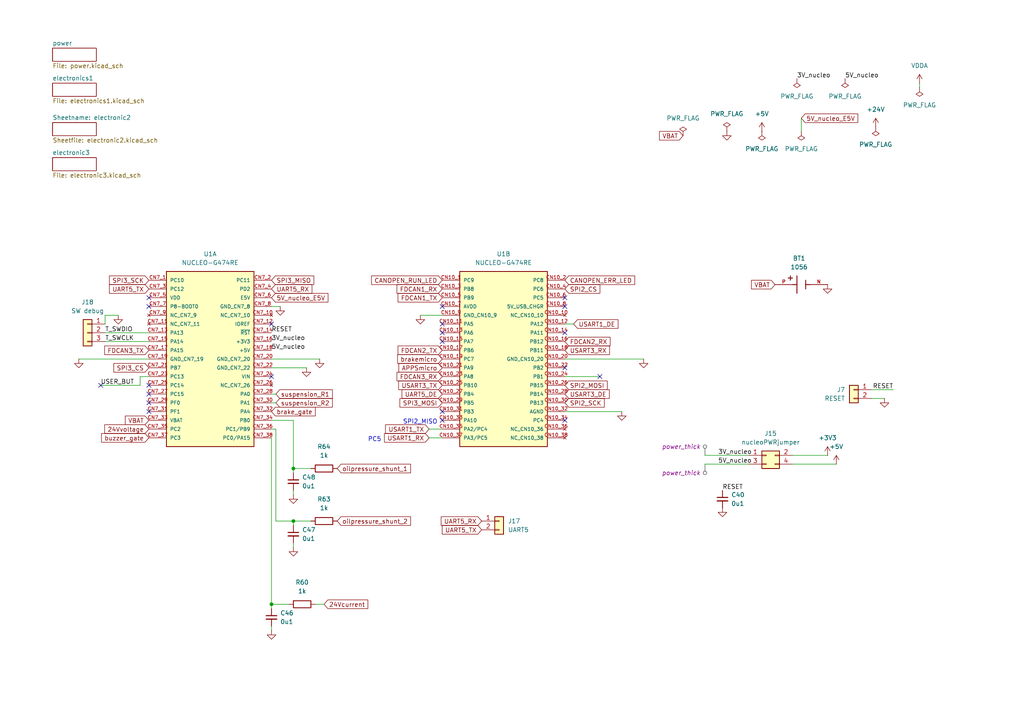
<source format=kicad_sch>
(kicad_sch (version 20231120) (generator "eeschema") (generator_version "8.0")
  (paper "A4")
  (title_block (title "rear box nucleo board 1") (date "2024-08-05") (rev "3.0") (company "NTURacing") (comment 1 "郭哲明") (comment 2 "Electrical group"))
  (lib_symbols
    (symbol "Connector_Generic:Conn_01x02" (pin_names (offset 1.016) hide)
      (property "Reference" "J" (at 0 2.54 0))
      (property "Value" "Conn_01x02" (at 0 -5.08 0))
      (symbol "Conn_01x02_1_1"
        (rectangle (start -1.27 -2.413) (end 0 -2.667) (stroke (width 0.1524)))
        (rectangle (start -1.27 0.127) (end 0 -0.127) (stroke (width 0.1524)))
        (rectangle (start -1.27 1.27) (end 1.27 -3.81) (stroke (width 0.254)) (fill (type background)))
        (pin passive line (at -5.08 0 0) (length 3.81) (name "Pin_1") (number "1"))
        (pin passive line (at -5.08 -2.54 0) (length 3.81) (name "Pin_2") (number "2"))
      )
    )
    (symbol "Connector_Generic:Conn_01x03" (pin_names (offset 1.016) hide)
      (property "Reference" "J" (at 0 5.08 0))
      (property "Value" "Conn_01x03" (at 0 -5.08 0))
      (symbol "Conn_01x03_1_1"
        (rectangle (start -1.27 -2.413) (end 0 -2.667) (stroke (width 0.1524)))
        (rectangle (start -1.27 0.127) (end 0 -0.127) (stroke (width 0.1524)))
        (rectangle (start -1.27 2.667) (end 0 2.413) (stroke (width 0.1524)))
        (rectangle (start -1.27 3.81) (end 1.27 -3.81) (stroke (width 0.254)) (fill (type background)))
        (pin passive line (at -5.08 2.54 0) (length 3.81) (name "Pin_1") (number "1"))
        (pin passive line (at -5.08 0 0) (length 3.81) (name "Pin_2") (number "2"))
        (pin passive line (at -5.08 -2.54 0) (length 3.81) (name "Pin_3") (number "3"))
      )
    )
    (symbol "Connector_Generic:Conn_02x02_Odd_Even" (pin_names (offset 1.016) hide)
      (property "Reference" "J" (at 1.27 2.54 0))
      (property "Value" "Conn_02x02_Odd_Even" (at 1.27 -5.08 0))
      (symbol "Conn_02x02_Odd_Even_1_1"
        (rectangle (start -1.27 -2.413) (end 0 -2.667) (stroke (width 0.1524)))
        (rectangle (start -1.27 0.127) (end 0 -0.127) (stroke (width 0.1524)))
        (rectangle (start -1.27 1.27) (end 3.81 -3.81) (stroke (width 0.254)) (fill (type background)))
        (rectangle (start 3.81 -2.413) (end 2.54 -2.667) (stroke (width 0.1524)))
        (rectangle (start 3.81 0.127) (end 2.54 -0.127) (stroke (width 0.1524)))
        (pin passive line (at -5.08 0 0) (length 3.81) (name "Pin_1") (number "1"))
        (pin passive line (at 7.62 0 180) (length 3.81) (name "Pin_2") (number "2"))
        (pin passive line (at -5.08 -2.54 0) (length 3.81) (name "Pin_3") (number "3"))
        (pin passive line (at 7.62 -2.54 180) (length 3.81) (name "Pin_4") (number "4"))
      )
    )
    (symbol "Device:C_Small" (pin_numbers hide) (pin_names (offset 0.254) hide)
      (property "Reference" "C" (at 0.254 1.778 0))
      (property "Value" "C_Small" (at 0.254 -2.032 0))
      (symbol "C_Small_0_1"
        (polyline (pts (xy -1.524 -0.508) (xy 1.524 -0.508)) (stroke (width 0.3302)))
        (polyline (pts (xy -1.524 0.508) (xy 1.524 0.508)) (stroke (width 0.3048)))
      )
      (symbol "C_Small_1_1"
        (pin passive line (at 0 2.54 270) (length 2.032) (name "~") (number "1"))
        (pin passive line (at 0 -2.54 90) (length 2.032) (name "~") (number "2"))
      )
    )
    (symbol "Device:R" (pin_numbers hide) (pin_names (offset 0))
      (property "Reference" "R" (at 2.032 0 90))
      (property "Value" "R" (at 0 0 90))
      (symbol "R_0_1"
        (rectangle (start -1.016 -2.54) (end 1.016 2.54) (stroke (width 0.254)))
      )
      (symbol "R_1_1"
        (pin passive line (at 0 3.81 270) (length 1.27) (name "~") (number "1"))
        (pin passive line (at 0 -3.81 90) (length 1.27) (name "~") (number "2"))
      )
    )
    (symbol "nturt_kicad_lib:1056" (pin_names (offset 1.016))
      (property "Reference" "BT" (at -3.81 3.81 0))
      (property "Value" "1056" (at -3.81 -5.08 0))
      (symbol "1056_0_0"
        (polyline (pts (xy -3.81 1.905) (xy -2.54 1.905)) (stroke (width 0.254)))
        (polyline (pts (xy -3.175 2.54) (xy -3.175 1.27)) (stroke (width 0.254)))
        (polyline (pts (xy -1.27 0) (xy -2.54 0)) (stroke (width 0.254)))
        (polyline (pts (xy -1.27 0) (xy -1.27 -2.54)) (stroke (width 0.254)))
        (polyline (pts (xy -1.27 2.54) (xy -1.27 0)) (stroke (width 0.254)))
        (polyline (pts (xy 1.27 0) (xy 1.27 -1.27)) (stroke (width 0.254)))
        (polyline (pts (xy 1.27 0) (xy 2.54 0)) (stroke (width 0.254)))
        (polyline (pts (xy 1.27 1.27) (xy 1.27 0)) (stroke (width 0.254)))
        (pin passive line (at 7.62 0 180) (length 5.08) (name "~") (number "N"))
        (pin passive line (at -7.62 0 0) (length 5.08) (name "~") (number "P"))
      )
    )
    (symbol "nturt_kicad_lib:NUCLEO-G474RE" (pin_names (offset 1.016))
      (property "Reference" "U" (at -10.16 25.527 0))
      (property "Value" "NUCLEO-G474RE" (at -12.065 -27.94 0))
      (symbol "NUCLEO-G474RE_1_0"
        (unit_name "CN7")
        (rectangle (start -12.7 25.4) (end 12.7 -25.4) (stroke (width 0.254)) (fill (type background)))
        (pin bidirectional line (at -17.78 22.86 0) (length 5.08) (name "PC10") (number "CN7_1"))
        (pin no_connect line (at 17.78 12.7 180) (length 5.08) (name "NC_CN7_10") (number "CN7_10"))
        (pin no_connect line (at -17.78 10.16 0) (length 5.08) (name "NC_CN7_11") (number "CN7_11"))
        (pin input line (at 17.78 10.16 180) (length 5.08) (name "IOREF") (number "CN7_12"))
        (pin bidirectional line (at -17.78 7.62 0) (length 5.08) (name "PA13") (number "CN7_13"))
        (pin bidirectional line (at 17.78 7.62 180) (length 5.08) (name "~{RST}") (number "CN7_14"))
        (pin bidirectional line (at -17.78 5.08 0) (length 5.08) (name "PA14") (number "CN7_15"))
        (pin power_in line (at 17.78 5.08 180) (length 5.08) (name "+3V3") (number "CN7_16"))
        (pin bidirectional line (at -17.78 2.54 0) (length 5.08) (name "PA15") (number "CN7_17"))
        (pin power_in line (at 17.78 2.54 180) (length 5.08) (name "+5V") (number "CN7_18"))
        (pin power_in line (at -17.78 0 0) (length 5.08) (name "GND_CN7_19") (number "CN7_19"))
        (pin bidirectional line (at 17.78 22.86 180) (length 5.08) (name "PC11") (number "CN7_2"))
        (pin power_in line (at 17.78 0 180) (length 5.08) (name "GND_CN7_20") (number "CN7_20"))
        (pin bidirectional line (at -17.78 -2.54 0) (length 5.08) (name "PB7") (number "CN7_21"))
        (pin power_in line (at 17.78 -2.54 180) (length 5.08) (name "GND_CN7_22") (number "CN7_22"))
        (pin bidirectional line (at -17.78 -5.08 0) (length 5.08) (name "PC13") (number "CN7_23"))
        (pin power_in line (at 17.78 -5.08 180) (length 5.08) (name "VIN") (number "CN7_24"))
        (pin bidirectional line (at -17.78 -7.62 0) (length 5.08) (name "PC14") (number "CN7_25"))
        (pin no_connect line (at 17.78 -7.62 180) (length 5.08) (name "NC_CN7_26") (number "CN7_26"))
        (pin bidirectional line (at -17.78 -10.16 0) (length 5.08) (name "PC15") (number "CN7_27"))
        (pin bidirectional line (at 17.78 -10.16 180) (length 5.08) (name "PA0") (number "CN7_28"))
        (pin bidirectional line (at -17.78 -12.7 0) (length 5.08) (name "PF0") (number "CN7_29"))
        (pin bidirectional line (at -17.78 20.32 0) (length 5.08) (name "PC12") (number "CN7_3"))
        (pin bidirectional line (at 17.78 -12.7 180) (length 5.08) (name "PA1") (number "CN7_30"))
        (pin bidirectional line (at -17.78 -15.24 0) (length 5.08) (name "PF1") (number "CN7_31"))
        (pin bidirectional line (at 17.78 -15.24 180) (length 5.08) (name "PA4") (number "CN7_32"))
        (pin power_in line (at -17.78 -17.78 0) (length 5.08) (name "VBAT") (number "CN7_33"))
        (pin bidirectional line (at 17.78 -17.78 180) (length 5.08) (name "PB0") (number "CN7_34"))
        (pin bidirectional line (at -17.78 -20.32 0) (length 5.08) (name "PC2") (number "CN7_35"))
        (pin bidirectional line (at 17.78 -20.32 180) (length 5.08) (name "PC1/PB9") (number "CN7_36"))
        (pin bidirectional line (at -17.78 -22.86 0) (length 5.08) (name "PC3") (number "CN7_37"))
        (pin bidirectional line (at 17.78 -22.86 180) (length 5.08) (name "PC0/PA15") (number "CN7_38"))
        (pin bidirectional line (at 17.78 20.32 180) (length 5.08) (name "PD2") (number "CN7_4"))
        (pin power_in line (at -17.78 17.78 0) (length 5.08) (name "VDD") (number "CN7_5"))
        (pin power_in line (at 17.78 17.78 180) (length 5.08) (name "E5V") (number "CN7_6"))
        (pin bidirectional line (at -17.78 15.24 0) (length 5.08) (name "P8-BOOT0") (number "CN7_7"))
        (pin power_in line (at 17.78 15.24 180) (length 5.08) (name "GND_CN7_8") (number "CN7_8"))
        (pin no_connect line (at -17.78 12.7 0) (length 5.08) (name "NC_CN7_9") (number "CN7_9"))
      )
      (symbol "NUCLEO-G474RE_2_0"
        (unit_name "CN10")
        (rectangle (start -12.7 25.4) (end 12.7 -25.4) (stroke (width 0.254)) (fill (type background)))
        (pin bidirectional line (at -17.78 22.86 0) (length 5.08) (name "PC9") (number "CN10_1"))
        (pin no_connect line (at 17.78 12.7 180) (length 5.08) (name "NC_CN10_10") (number "CN10_10"))
        (pin bidirectional line (at -17.78 10.16 0) (length 5.08) (name "PA5") (number "CN10_11"))
        (pin bidirectional line (at 17.78 10.16 180) (length 5.08) (name "PA12") (number "CN10_12"))
        (pin bidirectional line (at -17.78 7.62 0) (length 5.08) (name "PA6") (number "CN10_13"))
        (pin bidirectional line (at 17.78 7.62 180) (length 5.08) (name "PA11") (number "CN10_14"))
        (pin bidirectional line (at -17.78 5.08 0) (length 5.08) (name "PA7") (number "CN10_15"))
        (pin bidirectional line (at 17.78 5.08 180) (length 5.08) (name "PB12") (number "CN10_16"))
        (pin bidirectional line (at -17.78 2.54 0) (length 5.08) (name "PB6") (number "CN10_17"))
        (pin bidirectional line (at 17.78 2.54 180) (length 5.08) (name "PB11") (number "CN10_18"))
        (pin bidirectional line (at -17.78 0 0) (length 5.08) (name "PC7") (number "CN10_19"))
        (pin bidirectional line (at 17.78 22.86 180) (length 5.08) (name "PC8") (number "CN10_2"))
        (pin power_in line (at 17.78 0 180) (length 5.08) (name "GND_CN10_20") (number "CN10_20"))
        (pin bidirectional line (at -17.78 -2.54 0) (length 5.08) (name "PA9") (number "CN10_21"))
        (pin bidirectional line (at 17.78 -2.54 180) (length 5.08) (name "PB2") (number "CN10_22"))
        (pin bidirectional line (at -17.78 -5.08 0) (length 5.08) (name "PA8") (number "CN10_23"))
        (pin bidirectional line (at 17.78 -5.08 180) (length 5.08) (name "PB1") (number "CN10_24"))
        (pin bidirectional line (at -17.78 -7.62 0) (length 5.08) (name "PB10") (number "CN10_25"))
        (pin bidirectional line (at 17.78 -7.62 180) (length 5.08) (name "PB15") (number "CN10_26"))
        (pin bidirectional line (at -17.78 -10.16 0) (length 5.08) (name "PB4") (number "CN10_27"))
        (pin bidirectional line (at 17.78 -10.16 180) (length 5.08) (name "PB14") (number "CN10_28"))
        (pin bidirectional line (at -17.78 -12.7 0) (length 5.08) (name "PB5") (number "CN10_29"))
        (pin bidirectional line (at -17.78 20.32 0) (length 5.08) (name "PB8") (number "CN10_3"))
        (pin bidirectional line (at 17.78 -12.7 180) (length 5.08) (name "PB13") (number "CN10_30"))
        (pin bidirectional line (at -17.78 -15.24 0) (length 5.08) (name "PB3") (number "CN10_31"))
        (pin power_in line (at 17.78 -15.24 180) (length 5.08) (name "AGND") (number "CN10_32"))
        (pin bidirectional line (at -17.78 -17.78 0) (length 5.08) (name "PA10") (number "CN10_33"))
        (pin bidirectional line (at 17.78 -17.78 180) (length 5.08) (name "PC4") (number "CN10_34"))
        (pin bidirectional line (at -17.78 -20.32 0) (length 5.08) (name "PA2/PC4") (number "CN10_35"))
        (pin no_connect line (at 17.78 -20.32 180) (length 5.08) (name "NC_CN10_36") (number "CN10_36"))
        (pin bidirectional line (at -17.78 -22.86 0) (length 5.08) (name "PA3/PC5") (number "CN10_37"))
        (pin no_connect line (at 17.78 -22.86 180) (length 5.08) (name "NC_CN10_38") (number "CN10_38"))
        (pin bidirectional line (at 17.78 20.32 180) (length 5.08) (name "PC6") (number "CN10_4"))
        (pin bidirectional line (at -17.78 17.78 0) (length 5.08) (name "PB9") (number "CN10_5"))
        (pin bidirectional line (at 17.78 17.78 180) (length 5.08) (name "PC5") (number "CN10_6"))
        (pin power_in line (at -17.78 15.24 0) (length 5.08) (name "AVDD") (number "CN10_7"))
        (pin power_in line (at 17.78 15.24 180) (length 5.08) (name "5V_USB_CHGR") (number "CN10_8"))
        (pin power_in line (at -17.78 12.7 0) (length 5.08) (name "GND_CN10_9") (number "CN10_9"))
      )
    )
    (symbol "power:+24V" (power) (pin_numbers hide) (pin_names (offset 0) hide)
      (property "Value" "+24V" (at 0 3.556 0))
      (symbol "+24V_0_1"
        (polyline (pts (xy -0.762 1.27) (xy 0 2.54)))
        (polyline (pts (xy 0 0) (xy 0 2.54)))
        (polyline (pts (xy 0 2.54) (xy 0.762 1.27)))
      )
      (symbol "+24V_1_1"
        (pin power_in line (at 0 0 90) (length 0) (name "~") (number "1"))
      )
    )
    (symbol "power:+3V3" (power) (pin_numbers hide) (pin_names (offset 0) hide)
      (property "Value" "+3V3" (at 0 3.556 0))
      (symbol "+3V3_0_1"
        (polyline (pts (xy -0.762 1.27) (xy 0 2.54)))
        (polyline (pts (xy 0 0) (xy 0 2.54)))
        (polyline (pts (xy 0 2.54) (xy 0.762 1.27)))
      )
      (symbol "+3V3_1_1"
        (pin power_in line (at 0 0 90) (length 0) (name "~") (number "1"))
      )
    )
    (symbol "power:+5V" (power) (pin_numbers hide) (pin_names (offset 0) hide)
      (property "Value" "+5V" (at 0 3.556 0))
      (symbol "+5V_0_1"
        (polyline (pts (xy -0.762 1.27) (xy 0 2.54)))
        (polyline (pts (xy 0 0) (xy 0 2.54)))
        (polyline (pts (xy 0 2.54) (xy 0.762 1.27)))
      )
      (symbol "+5V_1_1"
        (pin power_in line (at 0 0 90) (length 0) (name "~") (number "1"))
      )
    )
    (symbol "power:GND" (power) (pin_numbers hide) (pin_names (offset 0) hide)
      (property "Value" "GND" (at 0 -3.81 0))
      (symbol "GND_0_1"
        (polyline (pts (xy 0 0) (xy 0 -1.27) (xy 1.27 -1.27) (xy 0 -2.54) (xy -1.27 -1.27) (xy 0 -1.27)))
      )
      (symbol "GND_1_1"
        (pin power_in line (at 0 0 270) (length 0) (name "~") (number "1"))
      )
    )
    (symbol "power:PWR_FLAG" (power) (pin_numbers hide) (pin_names (offset 0) hide)
      (property "Value" "PWR_FLAG" (at 0 3.81 0))
      (symbol "PWR_FLAG_0_0"
        (pin power_out line (at 0 0 90) (length 0) (name "~") (number "1"))
      )
      (symbol "PWR_FLAG_0_1"
        (polyline (pts (xy 0 0) (xy 0 1.27) (xy -1.016 1.905) (xy 0 2.54) (xy 1.016 1.905) (xy 0 1.27)))
      )
    )
    (symbol "power:VDDA" (power) (pin_numbers hide) (pin_names (offset 0) hide)
      (property "Value" "VDDA" (at 0 3.556 0))
      (symbol "VDDA_0_1"
        (polyline (pts (xy -0.762 1.27) (xy 0 2.54)))
        (polyline (pts (xy 0 0) (xy 0 2.54)))
        (polyline (pts (xy 0 2.54) (xy 0.762 1.27)))
      )
      (symbol "VDDA_1_1"
        (pin power_in line (at 0 0 90) (length 0) (name "~") (number "1"))
      )
    )
  )
  (junction (at 78.74 175.26))
  (junction (at 85.09 151.13))
  (junction (at 85.09 135.89))
  (no_connect (at 43.18 111.76))
  (no_connect (at 163.83 96.52))
  (no_connect (at 43.18 88.9))
  (no_connect (at 128.27 121.92))
  (no_connect (at 43.18 119.38))
  (no_connect (at 128.27 88.9))
  (no_connect (at 78.74 109.22))
  (no_connect (at 163.83 106.68))
  (no_connect (at 163.83 121.92))
  (no_connect (at 43.18 86.36))
  (no_connect (at 163.83 86.36))
  (no_connect (at 173.99 109.22))
  (no_connect (at 128.27 96.52))
  (no_connect (at 29.21 111.76))
  (no_connect (at 163.83 88.9))
  (no_connect (at 78.74 93.98))
  (no_connect (at 128.27 99.06))
  (no_connect (at 43.18 114.3))
  (no_connect (at 128.27 93.98))
  (no_connect (at 43.18 116.84))
  (no_connect (at 128.27 119.38))
  (wire (pts (xy 173.99 109.22) (xy 163.83 109.22)))
  (wire (pts (xy 242.57 134.62) (xy 229.87 134.62)))
  (wire (pts (xy 204.47 134.62) (xy 217.17 134.62)))
  (wire (pts (xy 204.47 132.08) (xy 217.17 132.08)))
  (wire (pts (xy 40.64 111.76) (xy 40.64 109.22)))
  (wire (pts (xy 80.01 116.84) (xy 78.74 116.84)))
  (wire (pts (xy 85.09 142.24) (xy 85.09 143.51)))
  (wire (pts (xy 30.48 99.06) (xy 43.18 99.06)))
  (wire (pts (xy 166.37 93.98) (xy 163.83 93.98)))
  (wire (pts (xy 252.73 113.03) (xy 259.08 113.03)))
  (wire (pts (xy 34.29 91.44) (xy 30.48 91.44)))
  (wire (pts (xy 78.74 176.53) (xy 78.74 175.26)))
  (wire (pts (xy 40.64 109.22) (xy 43.18 109.22)))
  (wire (pts (xy 78.74 181.61) (xy 78.74 182.88)))
  (wire (pts (xy 22.86 104.14) (xy 43.18 104.14)))
  (wire (pts (xy 80.01 151.13) (xy 80.01 124.46)))
  (wire (pts (xy 124.46 127) (xy 128.27 127)))
  (wire (pts (xy 240.03 132.08) (xy 229.87 132.08)))
  (wire (pts (xy 180.34 119.38) (xy 163.83 119.38)))
  (wire (pts (xy 266.7 25.4) (xy 266.7 24.13)))
  (wire (pts (xy 85.09 152.4) (xy 85.09 151.13)))
  (wire (pts (xy 30.48 91.44) (xy 30.48 93.98)))
  (wire (pts (xy 83.82 175.26) (xy 78.74 175.26)))
  (wire (pts (xy 93.98 175.26) (xy 91.44 175.26)))
  (wire (pts (xy 121.92 91.44) (xy 128.27 91.44)))
  (wire (pts (xy 232.41 38.1) (xy 232.41 34.29)))
  (wire (pts (xy 124.46 124.46) (xy 128.27 124.46)))
  (wire (pts (xy 85.09 151.13) (xy 90.17 151.13)))
  (wire (pts (xy 92.71 104.14) (xy 78.74 104.14)))
  (wire (pts (xy 80.01 114.3) (xy 78.74 114.3)))
  (wire (pts (xy 85.09 135.89) (xy 90.17 135.89)))
  (wire (pts (xy 81.28 88.9) (xy 78.74 88.9)))
  (wire (pts (xy 88.9 106.68) (xy 78.74 106.68)))
  (wire (pts (xy 80.01 124.46) (xy 78.74 124.46)))
  (wire (pts (xy 85.09 151.13) (xy 80.01 151.13)))
  (wire (pts (xy 85.09 121.92) (xy 85.09 135.89)))
  (wire (pts (xy 78.74 175.26) (xy 78.74 127)))
  (wire (pts (xy 78.74 121.92) (xy 85.09 121.92)))
  (wire (pts (xy 85.09 157.48) (xy 85.09 158.75)))
  (wire (pts (xy 30.48 96.52) (xy 43.18 96.52)))
  (wire (pts (xy 85.09 137.16) (xy 85.09 135.89)))
  (wire (pts (xy 252.73 115.57) (xy 256.54 115.57)))
  (wire (pts (xy 186.69 104.14) (xy 163.83 104.14)))
  (wire (pts (xy 29.21 111.76) (xy 40.64 111.76)))
  (text "PC5" (at 106.68 128.27 0) (effects (font (size 1.27 1.27)) (justify left bottom)))
  (text "SPI2_MISO" (at 116.84 123.19 0) (effects (font (size 1.27 1.27)) (justify left bottom)))
  (label "3V_nucleo" (at 208.28 132.08 0))
  (label "RESET" (at 209.55 142.24 0))
  (label "RESET" (at 78.74 96.52 0))
  (label "T_SWDIO" (at 30.48 96.52 0))
  (label "3V_nucleo" (at 78.74 99.06 0))
  (label "5V_nucleo" (at 208.28 134.62 0))
  (label "5V_nucleo" (at 78.74 101.6 0))
  (label "3V_nucleo" (at 231.14 22.86 0))
  (label "5V_nucleo" (at 245.11 22.86 0))
  (label "RESET" (at 259.08 113.03 180))
  (label "T_SWCLK" (at 30.48 99.06 0))
  (label "USER_BUT" (at 29.21 111.76 0))
  (global_label "SPI3_MISO" (shape input) (at 78.74 81.28 0) (property "Intersheetrefs" "${INTERSHEET_REFS}" (effects (hide yes))))
  (global_label "suspension_R2" (shape input) (at 80.01 116.84 0) (property "Intersheetrefs" "${INTERSHEET_REFS}" (effects (hide yes))))
  (global_label "FDCAN2_TX" (shape input) (at 128.27 101.6 180) (property "Intersheetrefs" "${INTERSHEET_REFS}" (effects (hide yes))))
  (global_label "APPSmicro" (shape input) (at 128.27 106.68 180) (property "Intersheetrefs" "${INTERSHEET_REFS}" (effects (hide yes))))
  (global_label "USART1_TX" (shape input) (at 124.46 124.46 180) (property "Intersheetrefs" "${INTERSHEET_REFS}" (effects (hide yes))))
  (global_label "CANOPEN_ERR_LED" (shape input) (at 163.83 81.28 0) (property "Intersheetrefs" "${INTERSHEET_REFS}" (effects (hide yes))))
  (global_label "FDCAN2_RX" (shape input) (at 163.83 99.06 0) (property "Intersheetrefs" "${INTERSHEET_REFS}" (effects (hide yes))))
  (global_label "buzzer_gate" (shape input) (at 43.18 127 180) (property "Intersheetrefs" "${INTERSHEET_REFS}" (effects (hide yes))))
  (global_label "UART5_TX" (shape input) (at 139.7 153.67 180) (property "Intersheetrefs" "${INTERSHEET_REFS}" (effects (hide yes))))
  (global_label "UART5_RX" (shape input) (at 78.74 83.82 0) (property "Intersheetrefs" "${INTERSHEET_REFS}" (effects (hide yes))))
  (global_label "SPI3_CS" (shape input) (at 43.18 106.68 180) (property "Intersheetrefs" "${INTERSHEET_REFS}" (effects (hide yes))))
  (global_label "oilpressure_shunt_1" (shape input) (at 97.79 135.89 0) (property "Intersheetrefs" "${INTERSHEET_REFS}" (effects (hide yes))))
  (global_label "5V_nucleo_E5V" (shape input) (at 232.41 34.29 0) (property "Intersheetrefs" "${INTERSHEET_REFS}" (effects (hide yes))))
  (global_label "UART5_TX" (shape input) (at 43.18 83.82 180) (property "Intersheetrefs" "${INTERSHEET_REFS}" (effects (hide yes))))
  (global_label "USART1_RX" (shape input) (at 124.46 127 180) (property "Intersheetrefs" "${INTERSHEET_REFS}" (effects (hide yes))))
  (global_label "UART5_DE" (shape input) (at 128.27 114.3 180) (property "Intersheetrefs" "${INTERSHEET_REFS}" (effects (hide yes))))
  (global_label "oilpressure_shunt_2" (shape input) (at 97.79 151.13 0) (property "Intersheetrefs" "${INTERSHEET_REFS}" (effects (hide yes))))
  (global_label "UART5_RX" (shape input) (at 139.7 151.13 180) (property "Intersheetrefs" "${INTERSHEET_REFS}" (effects (hide yes))))
  (global_label "SPI3_SCK" (shape input) (at 43.18 81.28 180) (property "Intersheetrefs" "${INTERSHEET_REFS}" (effects (hide yes))))
  (global_label "5V_nucleo_E5V" (shape input) (at 78.74 86.36 0) (property "Intersheetrefs" "${INTERSHEET_REFS}" (effects (hide yes))))
  (global_label "24Vcurrent" (shape input) (at 93.98 175.26 0) (property "Intersheetrefs" "${INTERSHEET_REFS}" (effects (hide yes))))
  (global_label "CANOPEN_RUN_LED" (shape input) (at 128.27 81.28 180) (property "Intersheetrefs" "${INTERSHEET_REFS}" (effects (hide yes))))
  (global_label "SPI3_MOSI" (shape input) (at 128.27 116.84 180) (property "Intersheetrefs" "${INTERSHEET_REFS}" (effects (hide yes))))
  (global_label "USART1_DE" (shape input) (at 166.37 93.98 0) (property "Intersheetrefs" "${INTERSHEET_REFS}" (effects (hide yes))))
  (global_label "USART3_DE" (shape input) (at 163.83 114.3 0) (property "Intersheetrefs" "${INTERSHEET_REFS}" (effects (hide yes))))
  (global_label "brakemicro" (shape input) (at 128.27 104.14 180) (property "Intersheetrefs" "${INTERSHEET_REFS}" (effects (hide yes))))
  (global_label "FDCAN3_TX" (shape input) (at 43.18 101.6 180) (property "Intersheetrefs" "${INTERSHEET_REFS}" (effects (hide yes))))
  (global_label "USART3_TX" (shape input) (at 128.27 111.76 180) (property "Intersheetrefs" "${INTERSHEET_REFS}" (effects (hide yes))))
  (global_label "SPI2_SCK" (shape input) (at 163.83 116.84 0) (property "Intersheetrefs" "${INTERSHEET_REFS}" (effects (hide yes))))
  (global_label "brake_gate" (shape input) (at 78.74 119.38 0) (property "Intersheetrefs" "${INTERSHEET_REFS}" (effects (hide yes))))
  (global_label "24Vvoltage" (shape input) (at 43.18 124.46 180) (property "Intersheetrefs" "${INTERSHEET_REFS}" (effects (hide yes))))
  (global_label "suspension_R1" (shape input) (at 80.01 114.3 0) (property "Intersheetrefs" "${INTERSHEET_REFS}" (effects (hide yes))))
  (global_label "FDCAN1_RX" (shape input) (at 128.27 83.82 180) (property "Intersheetrefs" "${INTERSHEET_REFS}" (effects (hide yes))))
  (global_label "VBAT" (shape input) (at 198.12 39.37 180) (property "Intersheetrefs" "${INTERSHEET_REFS}" (effects (hide yes))))
  (global_label "FDCAN1_TX" (shape input) (at 128.27 86.36 180) (property "Intersheetrefs" "${INTERSHEET_REFS}" (effects (hide yes))))
  (global_label "USART3_RX" (shape input) (at 163.83 101.6 0) (property "Intersheetrefs" "${INTERSHEET_REFS}" (effects (hide yes))))
  (global_label "VBAT" (shape input) (at 224.79 82.55 180) (property "Intersheetrefs" "${INTERSHEET_REFS}" (effects (hide yes))))
  (global_label "SPI2_MOSI" (shape input) (at 163.83 111.76 0) (property "Intersheetrefs" "${INTERSHEET_REFS}" (effects (hide yes))))
  (global_label "FDCAN3_RX" (shape input) (at 128.27 109.22 180) (property "Intersheetrefs" "${INTERSHEET_REFS}" (effects (hide yes))))
  (global_label "VBAT" (shape input) (at 43.18 121.92 180) (property "Intersheetrefs" "${INTERSHEET_REFS}" (effects (hide yes))))
  (global_label "SPI2_CS" (shape input) (at 163.83 83.82 0) (property "Intersheetrefs" "${INTERSHEET_REFS}" (effects (hide yes))))
  (netclass_flag "" (length 2.54) (shape round) (at 204.47 132.08 0) (property "Netclass" "power_thick" (at 203.2 129.54 0) (effects (font (italic yes)) (justify right))))
  (netclass_flag "" (length 2.54) (shape round) (at 204.47 134.62 180) (property "Netclass" "power_thick" (at 203.2 137.16 0) (effects (font (italic yes)) (justify right))))
  (symbol (lib_id "power:+5V") (at 242.57 134.62 0) (unit 1)
    (property "Reference" "#PWR014" (effects (hide yes)))
    (property "Value" "+5V" (at 242.57 129.54 0))
    (property "Description" "Power symbol creates a global label with name \"+5V\"" (effects (hide yes)))
  )
  (symbol (lib_id "power:GND") (at 92.71 104.14 0) (unit 1)
    (property "Reference" "#PWR016" (effects (hide yes)))
    (property "Value" "GND" (effects (hide yes)))
    (property "Description" "Power symbol creates a global label with name \"GND\" , ground" (effects (hide yes)))
  )
  (symbol (lib_id "power:PWR_FLAG") (at 232.41 38.1 0) (mirror x) (unit 1)
    (property "Reference" "#FLG06" (effects (hide yes)))
    (property "Value" "PWR_FLAG" (at 232.41 43.18 0))
    (property "Description" "Special symbol for telling ERC where power comes from" (effects (hide yes)))
  )
  (symbol (lib_id "nturt_kicad_lib:NUCLEO-G474RE") (at 60.96 104.14 0) (unit 1)
    (property "Reference" "U1" (at 60.96 73.66 0))
    (property "Value" "NUCLEO-G474RE" (at 60.96 76.2 0))
    (property "Footprint" "nturt_kicad_lib:MODULE_NUCLEO-G474RE" (effects (hide yes)))
    (property "Description" "STM32G474 Nucleo-64 STM32G4 ARM® Cortex®-M4 MCU 32-Bit Embedded Evaluation Board" (effects (hide yes)))
    (property "MF" "STMicroelectronics" (effects (hide yes)))
    (property "MAXIMUM_PACKAGE_HEIGHT" "20.7mm" (effects (hide yes)))
    (property "Package" "None" (effects (hide yes)))
    (property "Price" "None" (effects (hide yes)))
    (property "Check_prices" "https://www.snapeda.com/parts/NUCLEO-G474RE/STMicroelectronics/view-part/?ref=eda" (effects (hide yes)))
    (property "STANDARD" "Manufacturer Recommendations" (effects (hide yes)))
    (property "PARTREV" "17" (effects (hide yes)))
    (property "SnapEDA_Link" "https://www.snapeda.com/parts/NUCLEO-G474RE/STMicroelectronics/view-part/?ref=snap" (effects (hide yes)))
    (property "MP" "NUCLEO-G474RE" (effects (hide yes)))
    (property "Purchase-URL" "https://www.snapeda.com/api/url_track_click_mouser/?unipart_id=3662258&manufacturer=STMicroelectronics&part_name=NUCLEO-G474RE&search_term=None" (effects (hide yes)))
    (property "Availability" "In Stock" (effects (hide yes)))
    (property "MANUFACTURER" "STmicroelectronics" (effects (hide yes)))
  )
  (symbol (lib_id "power:GND") (at 85.09 143.51 0) (unit 1)
    (property "Reference" "#PWR0176" (effects (hide yes)))
    (property "Value" "GND" (effects (hide yes)))
    (property "Description" "Power symbol creates a global label with name \"GND\" , ground" (effects (hide yes)))
  )
  (symbol (lib_id "power:PWR_FLAG") (at 210.82 38.1 0) (unit 1)
    (property "Reference" "#FLG04" (effects (hide yes)))
    (property "Value" "PWR_FLAG" (at 210.82 33.02 0))
    (property "Description" "Special symbol for telling ERC where power comes from" (effects (hide yes)))
  )
  (symbol (lib_id "power:+24V") (at 254 36.83 0) (unit 1)
    (property "Reference" "#PWR01" (effects (hide yes)))
    (property "Value" "+24V" (at 254 31.75 0))
    (property "Description" "Power symbol creates a global label with name \"+24V\"" (effects (hide yes)))
  )
  (symbol (lib_id "Device:C_Small") (at 78.74 179.07 0) (unit 1)
    (property "Reference" "C46" (at 81.28 177.8 0) (effects (justify left)))
    (property "Value" "0u1" (at 81.28 180.34 0) (effects (justify left)))
    (property "Footprint" "Capacitor_SMD:C_0603_1608Metric" (effects (hide yes)))
    (property "Description" "Unpolarized capacitor, small symbol" (effects (hide yes)))
  )
  (symbol (lib_id "nturt_kicad_lib:1056") (at 232.41 82.55 0) (unit 1)
    (property "Reference" "BT1" (at 231.775 74.93 0))
    (property "Value" "1056" (at 231.775 77.47 0))
    (property "Footprint" "nturt_kicad_lib:BAT_1056" (effects (hide yes)))
    (property "PARTREV" "D" (effects (hide yes)))
    (property "STANDARD" "Manufacturer Recommendations" (effects (hide yes)))
    (property "SNAPEDA_PN" "1056" (effects (hide yes)))
    (property "MAXIMUM_PACKAGE_HEIGHT" "3.99mm" (effects (hide yes)))
    (property "MANUFACTURER" "Keystone" (effects (hide yes)))
  )
  (symbol (lib_id "Device:C_Small") (at 85.09 139.7 0) (unit 1)
    (property "Reference" "C48" (at 87.63 138.43 0) (effects (justify left)))
    (property "Value" "0u1" (at 87.63 140.97 0) (effects (justify left)))
    (property "Footprint" "Capacitor_SMD:C_0603_1608Metric" (effects (hide yes)))
    (property "Description" "Unpolarized capacitor, small symbol" (effects (hide yes)))
  )
  (symbol (lib_id "power:PWR_FLAG") (at 231.14 22.86 0) (mirror x) (unit 1)
    (property "Reference" "#FLG01" (effects (hide yes)))
    (property "Value" "PWR_FLAG" (at 231.14 27.94 0))
    (property "Description" "Special symbol for telling ERC where power comes from" (effects (hide yes)))
  )
  (symbol (lib_id "power:GND") (at 78.74 182.88 0) (unit 1)
    (property "Reference" "#PWR0172" (effects (hide yes)))
    (property "Value" "GND" (effects (hide yes)))
    (property "Description" "Power symbol creates a global label with name \"GND\" , ground" (effects (hide yes)))
  )
  (symbol (lib_id "power:PWR_FLAG") (at 198.12 39.37 0) (unit 1)
    (property "Reference" "#FLG07" (effects (hide yes)))
    (property "Value" "PWR_FLAG" (at 198.12 34.29 0))
    (property "Description" "Special symbol for telling ERC where power comes from" (effects (hide yes)))
  )
  (symbol (lib_id "Device:R") (at 87.63 175.26 90) (unit 1)
    (property "Reference" "R60" (at 87.63 168.91 90))
    (property "Value" "1k" (at 87.63 171.45 90))
    (property "Footprint" "Resistor_SMD:R_0603_1608Metric" (effects (hide yes)))
    (property "Description" "Resistor" (effects (hide yes)))
  )
  (symbol (lib_id "Device:C_Small") (at 85.09 154.94 0) (unit 1)
    (property "Reference" "C47" (at 87.63 153.67 0) (effects (justify left)))
    (property "Value" "0u1" (at 87.63 156.21 0) (effects (justify left)))
    (property "Footprint" "Capacitor_SMD:C_0603_1608Metric" (effects (hide yes)))
    (property "Description" "Unpolarized capacitor, small symbol" (effects (hide yes)))
  )
  (symbol (lib_id "power:GND") (at 210.82 38.1 0) (unit 1)
    (property "Reference" "#PWR02" (effects (hide yes)))
    (property "Value" "GND" (effects (hide yes)))
    (property "Description" "Power symbol creates a global label with name \"GND\" , ground" (effects (hide yes)))
  )
  (symbol (lib_id "power:GND") (at 81.28 88.9 0) (unit 1)
    (property "Reference" "#PWR012" (effects (hide yes)))
    (property "Value" "GND" (effects (hide yes)))
    (property "Description" "Power symbol creates a global label with name \"GND\" , ground" (effects (hide yes)))
  )
  (symbol (lib_id "power:VDDA") (at 266.7 24.13 0) (unit 1)
    (property "Reference" "#PWR0174" (effects (hide yes)))
    (property "Value" "VDDA" (at 266.7 19.05 0))
    (property "Description" "Power symbol creates a global label with name \"VDDA\"" (effects (hide yes)))
  )
  (symbol (lib_id "Device:C_Small") (at 209.55 144.78 0) (unit 1)
    (property "Reference" "C40" (at 212.09 143.5163 0) (effects (justify left)))
    (property "Value" "0u1" (at 212.09 146.0563 0) (effects (justify left)))
    (property "Footprint" "Capacitor_SMD:C_0603_1608Metric" (effects (hide yes)))
    (property "Description" "Unpolarized capacitor, small symbol" (effects (hide yes)))
  )
  (symbol (lib_id "Device:R") (at 93.98 151.13 90) (unit 1)
    (property "Reference" "R63" (at 93.98 144.78 90))
    (property "Value" "1k" (at 93.98 147.32 90))
    (property "Footprint" "Resistor_SMD:R_0603_1608Metric" (effects (hide yes)))
    (property "Description" "Resistor" (effects (hide yes)))
  )
  (symbol (lib_id "power:+5V") (at 220.98 38.1 0) (unit 1)
    (property "Reference" "#PWR03" (effects (hide yes)))
    (property "Value" "+5V" (at 220.98 33.02 0))
    (property "Description" "Power symbol creates a global label with name \"+5V\"" (effects (hide yes)))
  )
  (symbol (lib_id "power:PWR_FLAG") (at 254 36.83 0) (mirror x) (unit 1)
    (property "Reference" "#FLG03" (effects (hide yes)))
    (property "Value" "PWR_FLAG" (at 254 41.91 0))
    (property "Description" "Special symbol for telling ERC where power comes from" (effects (hide yes)))
  )
  (symbol (lib_id "power:GND") (at 240.03 82.55 0) (unit 1)
    (property "Reference" "#PWR011" (effects (hide yes)))
    (property "Value" "GND" (effects (hide yes)))
    (property "Description" "Power symbol creates a global label with name \"GND\" , ground" (effects (hide yes)))
  )
  (symbol (lib_id "power:GND") (at 34.29 91.44 0) (unit 1)
    (property "Reference" "#PWR0173" (effects (hide yes)))
    (property "Value" "GND" (effects (hide yes)))
    (property "Description" "Power symbol creates a global label with name \"GND\" , ground" (effects (hide yes)))
  )
  (symbol (lib_id "power:GND") (at 22.86 104.14 0) (unit 1)
    (property "Reference" "#PWR015" (effects (hide yes)))
    (property "Value" "GND" (effects (hide yes)))
    (property "Description" "Power symbol creates a global label with name \"GND\" , ground" (effects (hide yes)))
  )
  (symbol (lib_id "Connector_Generic:Conn_02x02_Odd_Even") (at 222.25 132.08 0) (unit 1)
    (property "Reference" "J15" (at 223.52 125.73 0))
    (property "Value" "nucleoPWRjumper" (at 223.52 128.27 0))
    (property "Footprint" "Connector_PinHeader_2.54mm:PinHeader_2x02_P2.54mm_Vertical" (effects (hide yes)))
    (property "Description" "Generic connector, double row, 02x02, odd/even pin numbering scheme (row 1 odd numbers, row 2 even numbers), script generated (kicad-library-utils/schlib/autogen/connector/)" (effects (hide yes)))
  )
  (symbol (lib_id "power:GND") (at 180.34 119.38 0) (unit 1)
    (property "Reference" "#PWR020" (effects (hide yes)))
    (property "Value" "GND" (effects (hide yes)))
    (property "Description" "Power symbol creates a global label with name \"GND\" , ground" (effects (hide yes)))
  )
  (symbol (lib_id "power:PWR_FLAG") (at 245.11 22.86 0) (mirror x) (unit 1)
    (property "Reference" "#FLG02" (effects (hide yes)))
    (property "Value" "PWR_FLAG" (at 245.11 27.94 0))
    (property "Description" "Special symbol for telling ERC where power comes from" (effects (hide yes)))
  )
  (symbol (lib_id "power:+3V3") (at 240.03 132.08 0) (unit 1)
    (property "Reference" "#PWR08" (effects (hide yes)))
    (property "Value" "+3V3" (at 240.03 127 0))
    (property "Description" "Power symbol creates a global label with name \"+3V3\"" (effects (hide yes)))
  )
  (symbol (lib_id "power:GND") (at 209.55 147.32 0) (unit 1)
    (property "Reference" "#PWR0159" (effects (hide yes)))
    (property "Value" "GND" (effects (hide yes)))
    (property "Description" "Power symbol creates a global label with name \"GND\" , ground" (effects (hide yes)))
  )
  (symbol (lib_id "nturt_kicad_lib:NUCLEO-G474RE") (at 146.05 104.14 0) (unit 2)
    (property "Reference" "U1" (at 146.05 73.66 0))
    (property "Value" "NUCLEO-G474RE" (at 146.05 76.2 0))
    (property "Footprint" "nturt_kicad_lib:MODULE_NUCLEO-G474RE" (effects (hide yes)))
    (property "Description" "STM32G474 Nucleo-64 STM32G4 ARM® Cortex®-M4 MCU 32-Bit Embedded Evaluation Board" (effects (hide yes)))
    (property "MF" "STMicroelectronics" (effects (hide yes)))
    (property "MAXIMUM_PACKAGE_HEIGHT" "20.7mm" (effects (hide yes)))
    (property "Package" "None" (effects (hide yes)))
    (property "Price" "None" (effects (hide yes)))
    (property "Check_prices" "https://www.snapeda.com/parts/NUCLEO-G474RE/STMicroelectronics/view-part/?ref=eda" (effects (hide yes)))
    (property "STANDARD" "Manufacturer Recommendations" (effects (hide yes)))
    (property "PARTREV" "17" (effects (hide yes)))
    (property "SnapEDA_Link" "https://www.snapeda.com/parts/NUCLEO-G474RE/STMicroelectronics/view-part/?ref=snap" (effects (hide yes)))
    (property "MP" "NUCLEO-G474RE" (effects (hide yes)))
    (property "Purchase-URL" "https://www.snapeda.com/api/url_track_click_mouser/?unipart_id=3662258&manufacturer=STMicroelectronics&part_name=NUCLEO-G474RE&search_term=None" (effects (hide yes)))
    (property "Availability" "In Stock" (effects (hide yes)))
    (property "MANUFACTURER" "STmicroelectronics" (effects (hide yes)))
  )
  (symbol (lib_id "power:GND") (at 256.54 115.57 0) (unit 1)
    (property "Reference" "#PWR07" (effects (hide yes)))
    (property "Value" "GND" (effects (hide yes)))
    (property "Description" "Power symbol creates a global label with name \"GND\" , ground" (effects (hide yes)))
  )
  (symbol (lib_id "power:GND") (at 186.69 104.14 0) (unit 1)
    (property "Reference" "#PWR017" (effects (hide yes)))
    (property "Value" "GND" (effects (hide yes)))
    (property "Description" "Power symbol creates a global label with name \"GND\" , ground" (effects (hide yes)))
  )
  (symbol (lib_id "power:PWR_FLAG") (at 266.7 25.4 0) (mirror x) (unit 1)
    (property "Reference" "#FLG09" (effects (hide yes)))
    (property "Value" "PWR_FLAG" (at 266.7 30.48 0))
    (property "Description" "Special symbol for telling ERC where power comes from" (effects (hide yes)))
  )
  (symbol (lib_id "power:GND") (at 85.09 158.75 0) (unit 1)
    (property "Reference" "#PWR0175" (effects (hide yes)))
    (property "Value" "GND" (effects (hide yes)))
    (property "Description" "Power symbol creates a global label with name \"GND\" , ground" (effects (hide yes)))
  )
  (symbol (lib_id "Connector_Generic:Conn_01x02") (at 144.78 151.13 0) (unit 1)
    (property "Reference" "J17" (at 147.32 151.1299 0) (effects (justify left)))
    (property "Value" "UART5" (at 147.32 153.6699 0) (effects (justify left)))
    (property "Footprint" "Connector_PinHeader_2.54mm:PinHeader_1x02_P2.54mm_Vertical" (effects (hide yes)))
    (property "Description" "Generic connector, single row, 01x02, script generated (kicad-library-utils/schlib/autogen/connector/)" (effects (hide yes)))
  )
  (symbol (lib_id "power:GND") (at 121.92 91.44 0) (unit 1)
    (property "Reference" "#PWR013" (effects (hide yes)))
    (property "Value" "GND" (effects (hide yes)))
    (property "Description" "Power symbol creates a global label with name \"GND\" , ground" (effects (hide yes)))
  )
  (symbol (lib_id "Device:R") (at 93.98 135.89 90) (unit 1)
    (property "Reference" "R64" (at 93.98 129.54 90))
    (property "Value" "1k" (at 93.98 132.08 90))
    (property "Footprint" "Resistor_SMD:R_0603_1608Metric" (effects (hide yes)))
    (property "Description" "Resistor" (effects (hide yes)))
  )
  (symbol (lib_id "Connector_Generic:Conn_01x02") (at 247.65 113.03 0) (mirror y) (unit 1)
    (property "Reference" "J7" (at 245.11 113.03 0) (effects (justify left)))
    (property "Value" "RESET" (at 245.11 115.57 0) (effects (justify left)))
    (property "Footprint" "Connector_JST:JST_XH_B2B-XH-A_1x02_P2.50mm_Vertical" (effects (hide yes)))
    (property "Description" "Generic connector, single row, 01x02, script generated (kicad-library-utils/schlib/autogen/connector/)" (effects (hide yes)))
  )
  (symbol (lib_id "power:PWR_FLAG") (at 220.98 38.1 0) (mirror x) (unit 1)
    (property "Reference" "#FLG05" (effects (hide yes)))
    (property "Value" "PWR_FLAG" (at 220.98 43.18 0))
    (property "Description" "Special symbol for telling ERC where power comes from" (effects (hide yes)))
  )
  (symbol (lib_id "power:GND") (at 88.9 106.68 0) (unit 1)
    (property "Reference" "#PWR018" (effects (hide yes)))
    (property "Value" "GND" (effects (hide yes)))
    (property "Description" "Power symbol creates a global label with name \"GND\" , ground" (effects (hide yes)))
  )
  (symbol (lib_id "Connector_Generic:Conn_01x03") (at 25.4 96.52 0) (mirror y) (unit 1)
    (property "Reference" "J18" (at 25.4 87.63 0))
    (property "Value" "SW debug" (at 25.4 90.17 0))
    (property "Footprint" "Connector_PinHeader_2.54mm:PinHeader_1x03_P2.54mm_Vertical" (effects (hide yes)))
    (property "Description" "Generic connector, single row, 01x03, script generated (kicad-library-utils/schlib/autogen/connector/)" (effects (hide yes)))
  )
  (sheet (at 15.24 45.72) (size 12.7 3.81) (stroke (width 0.1524))
    (property "Sheetname" "electronic3" (at 15.24 45.0084 0) (effects (justify left bottom)))
    (property "Sheetfile" "electronic3.kicad_sch" (at 15.24 50.1146 0) (effects (justify left top)))
  )
  (sheet (at 15.24 35.56) (size 12.7 3.81) (stroke (width 0.1524))
    (property "Sheetname" "electronic2" (at 15.24 34.8484 0) (show_name yes) (effects (justify left bottom)))
    (property "Sheetfile" "electronic2.kicad_sch" (at 15.24 39.9546 0) (show_name yes) (effects (justify left top)))
  )
  (sheet (at 15.24 13.97) (size 12.7 3.81) (stroke (width 0.1524))
    (property "Sheetname" "power" (at 15.24 13.2584 0) (effects (justify left bottom)))
    (property "Sheetfile" "power.kicad_sch" (at 15.24 18.3646 0) (effects (justify left top)))
  )
  (sheet (at 15.24 24.13) (size 12.7 3.81) (stroke (width 0.1524))
    (property "Sheetname" "electronics1" (at 15.24 23.4184 0) (effects (justify left bottom)))
    (property "Sheetfile" "electronics1.kicad_sch" (at 15.24 28.5246 0) (effects (justify left top)))
  )
)
</source>
